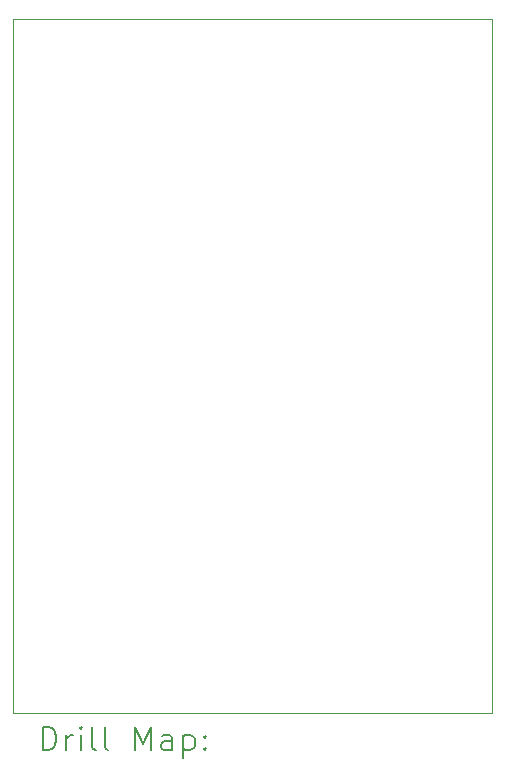
<source format=gbr>
%TF.GenerationSoftware,KiCad,Pcbnew,7.0.8*%
%TF.CreationDate,2023-10-06T13:02:47-07:00*%
%TF.ProjectId,Project_1,50726f6a-6563-4745-9f31-2e6b69636164,rev?*%
%TF.SameCoordinates,Original*%
%TF.FileFunction,Drillmap*%
%TF.FilePolarity,Positive*%
%FSLAX45Y45*%
G04 Gerber Fmt 4.5, Leading zero omitted, Abs format (unit mm)*
G04 Created by KiCad (PCBNEW 7.0.8) date 2023-10-06 13:02:47*
%MOMM*%
%LPD*%
G01*
G04 APERTURE LIST*
%ADD10C,0.100000*%
%ADD11C,0.200000*%
G04 APERTURE END LIST*
D10*
X10840000Y-11925000D02*
X6780000Y-11925000D01*
X6780000Y-6050000D01*
X10840000Y-6050000D01*
X10840000Y-11925000D01*
D11*
X7035777Y-12241484D02*
X7035777Y-12041484D01*
X7035777Y-12041484D02*
X7083396Y-12041484D01*
X7083396Y-12041484D02*
X7111967Y-12051008D01*
X7111967Y-12051008D02*
X7131015Y-12070055D01*
X7131015Y-12070055D02*
X7140539Y-12089103D01*
X7140539Y-12089103D02*
X7150062Y-12127198D01*
X7150062Y-12127198D02*
X7150062Y-12155769D01*
X7150062Y-12155769D02*
X7140539Y-12193865D01*
X7140539Y-12193865D02*
X7131015Y-12212912D01*
X7131015Y-12212912D02*
X7111967Y-12231960D01*
X7111967Y-12231960D02*
X7083396Y-12241484D01*
X7083396Y-12241484D02*
X7035777Y-12241484D01*
X7235777Y-12241484D02*
X7235777Y-12108150D01*
X7235777Y-12146246D02*
X7245301Y-12127198D01*
X7245301Y-12127198D02*
X7254824Y-12117674D01*
X7254824Y-12117674D02*
X7273872Y-12108150D01*
X7273872Y-12108150D02*
X7292920Y-12108150D01*
X7359586Y-12241484D02*
X7359586Y-12108150D01*
X7359586Y-12041484D02*
X7350062Y-12051008D01*
X7350062Y-12051008D02*
X7359586Y-12060531D01*
X7359586Y-12060531D02*
X7369110Y-12051008D01*
X7369110Y-12051008D02*
X7359586Y-12041484D01*
X7359586Y-12041484D02*
X7359586Y-12060531D01*
X7483396Y-12241484D02*
X7464348Y-12231960D01*
X7464348Y-12231960D02*
X7454824Y-12212912D01*
X7454824Y-12212912D02*
X7454824Y-12041484D01*
X7588158Y-12241484D02*
X7569110Y-12231960D01*
X7569110Y-12231960D02*
X7559586Y-12212912D01*
X7559586Y-12212912D02*
X7559586Y-12041484D01*
X7816729Y-12241484D02*
X7816729Y-12041484D01*
X7816729Y-12041484D02*
X7883396Y-12184341D01*
X7883396Y-12184341D02*
X7950062Y-12041484D01*
X7950062Y-12041484D02*
X7950062Y-12241484D01*
X8131015Y-12241484D02*
X8131015Y-12136722D01*
X8131015Y-12136722D02*
X8121491Y-12117674D01*
X8121491Y-12117674D02*
X8102443Y-12108150D01*
X8102443Y-12108150D02*
X8064348Y-12108150D01*
X8064348Y-12108150D02*
X8045301Y-12117674D01*
X8131015Y-12231960D02*
X8111967Y-12241484D01*
X8111967Y-12241484D02*
X8064348Y-12241484D01*
X8064348Y-12241484D02*
X8045301Y-12231960D01*
X8045301Y-12231960D02*
X8035777Y-12212912D01*
X8035777Y-12212912D02*
X8035777Y-12193865D01*
X8035777Y-12193865D02*
X8045301Y-12174817D01*
X8045301Y-12174817D02*
X8064348Y-12165293D01*
X8064348Y-12165293D02*
X8111967Y-12165293D01*
X8111967Y-12165293D02*
X8131015Y-12155769D01*
X8226253Y-12108150D02*
X8226253Y-12308150D01*
X8226253Y-12117674D02*
X8245301Y-12108150D01*
X8245301Y-12108150D02*
X8283396Y-12108150D01*
X8283396Y-12108150D02*
X8302443Y-12117674D01*
X8302443Y-12117674D02*
X8311967Y-12127198D01*
X8311967Y-12127198D02*
X8321491Y-12146246D01*
X8321491Y-12146246D02*
X8321491Y-12203388D01*
X8321491Y-12203388D02*
X8311967Y-12222436D01*
X8311967Y-12222436D02*
X8302443Y-12231960D01*
X8302443Y-12231960D02*
X8283396Y-12241484D01*
X8283396Y-12241484D02*
X8245301Y-12241484D01*
X8245301Y-12241484D02*
X8226253Y-12231960D01*
X8407205Y-12222436D02*
X8416729Y-12231960D01*
X8416729Y-12231960D02*
X8407205Y-12241484D01*
X8407205Y-12241484D02*
X8397682Y-12231960D01*
X8397682Y-12231960D02*
X8407205Y-12222436D01*
X8407205Y-12222436D02*
X8407205Y-12241484D01*
X8407205Y-12117674D02*
X8416729Y-12127198D01*
X8416729Y-12127198D02*
X8407205Y-12136722D01*
X8407205Y-12136722D02*
X8397682Y-12127198D01*
X8397682Y-12127198D02*
X8407205Y-12117674D01*
X8407205Y-12117674D02*
X8407205Y-12136722D01*
M02*

</source>
